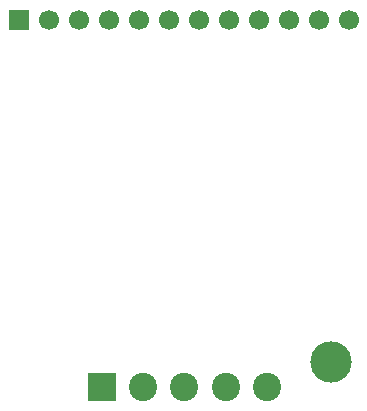
<source format=gbr>
G04 DipTrace 4.0.0.2*
G04 BottomMask.gbr*
%MOIN*%
G04 #@! TF.FileFunction,Soldermask,Bot*
G04 #@! TF.Part,Single*
%ADD32C,0.137795*%
%ADD40C,0.094494*%
%ADD42R,0.094494X0.094494*%
%ADD48C,0.066935*%
%ADD50R,0.066935X0.066935*%
%FSLAX26Y26*%
G04*
G70*
G90*
G75*
G01*
G04 BotMask*
%LPD*%
D50*
X473916Y1968803D3*
D48*
X573916D3*
X673916D3*
X773916D3*
X873916D3*
X973916D3*
X1073916D3*
X1173916D3*
X1273907D3*
X1373907D3*
X1473907D3*
X1573907D3*
D32*
X1516047Y827071D3*
D42*
X749807Y744000D3*
D40*
X887602D3*
X1025398D3*
X1163193D3*
X1300988D3*
M02*

</source>
